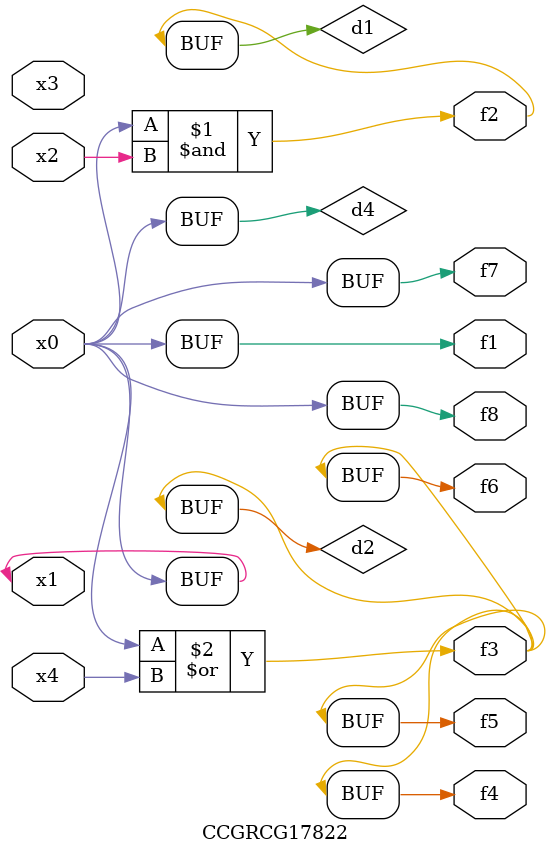
<source format=v>
module CCGRCG17822(
	input x0, x1, x2, x3, x4,
	output f1, f2, f3, f4, f5, f6, f7, f8
);

	wire d1, d2, d3, d4;

	and (d1, x0, x2);
	or (d2, x0, x4);
	nand (d3, x0, x2);
	buf (d4, x0, x1);
	assign f1 = d4;
	assign f2 = d1;
	assign f3 = d2;
	assign f4 = d2;
	assign f5 = d2;
	assign f6 = d2;
	assign f7 = d4;
	assign f8 = d4;
endmodule

</source>
